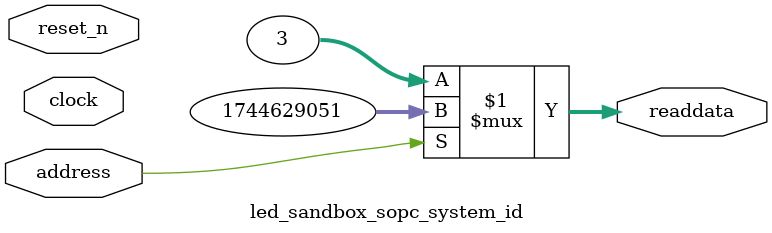
<source format=v>



// synthesis translate_off
`timescale 1ns / 1ps
// synthesis translate_on

// turn off superfluous verilog processor warnings 
// altera message_level Level1 
// altera message_off 10034 10035 10036 10037 10230 10240 10030 

module led_sandbox_sopc_system_id (
               // inputs:
                address,
                clock,
                reset_n,

               // outputs:
                readdata
             )
;

  output  [ 31: 0] readdata;
  input            address;
  input            clock;
  input            reset_n;

  wire    [ 31: 0] readdata;
  //control_slave, which is an e_avalon_slave
  assign readdata = address ? 1744629051 : 3;

endmodule



</source>
